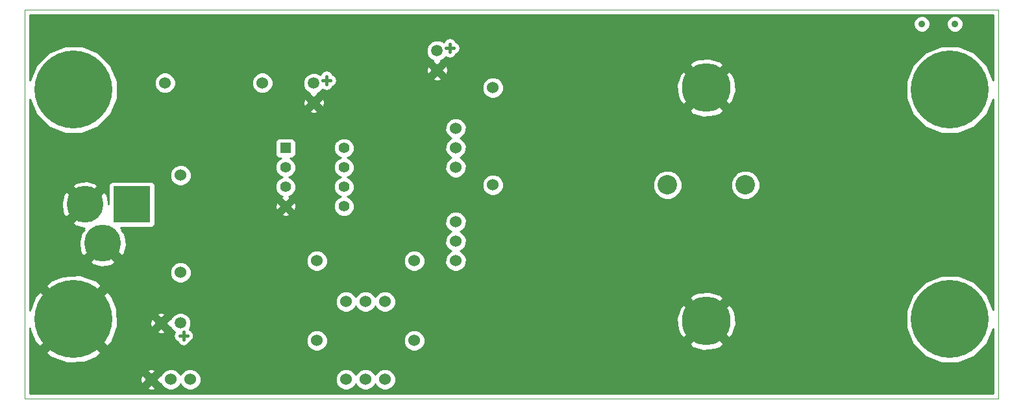
<source format=gtl>
G04 (created by PCBNEW (2013-07-07 BZR 4022)-stable) date 6/29/2014 7:17:19 PM*
%MOIN*%
G04 Gerber Fmt 3.4, Leading zero omitted, Abs format*
%FSLAX34Y34*%
G01*
G70*
G90*
G04 APERTURE LIST*
%ADD10C,0.001*%
%ADD11C,0.00393701*%
%ADD12C,0.015*%
%ADD13C,0.06*%
%ADD14C,0.0591*%
%ADD15C,0.25*%
%ADD16C,0.1*%
%ADD17C,0.189*%
%ADD18R,0.189X0.189*%
%ADD19R,0.055X0.055*%
%ADD20C,0.055*%
%ADD21C,0.4*%
%ADD22C,0.035*%
%ADD23C,0.01*%
G04 APERTURE END LIST*
G54D10*
G54D11*
X0Y0D02*
X0Y20000D01*
X50000Y0D02*
X0Y0D01*
X50000Y20000D02*
X50000Y0D01*
X0Y20000D02*
X50000Y20000D01*
G54D12*
X8150Y3050D02*
X8150Y3450D01*
X8350Y3250D02*
X7950Y3250D01*
X22024Y18052D02*
X21624Y18052D01*
X21824Y18252D02*
X21824Y17852D01*
X15690Y16380D02*
X15290Y16380D01*
X15490Y16580D02*
X15490Y16180D01*
G54D13*
X7500Y1000D03*
X6500Y1000D03*
X8500Y1000D03*
X17500Y1000D03*
X16500Y1000D03*
X18500Y1000D03*
X17500Y5000D03*
X18500Y5000D03*
X16500Y5000D03*
X22130Y12910D03*
X22130Y13910D03*
X22130Y11910D03*
X22130Y8100D03*
X22130Y9100D03*
X22130Y7100D03*
G54D14*
X7000Y3900D03*
X8000Y3900D03*
X21174Y16902D03*
X21174Y17902D03*
X14840Y15230D03*
X14840Y16230D03*
G54D15*
X35000Y16000D03*
X35000Y4000D03*
G54D16*
X37000Y11000D03*
X33000Y11000D03*
G54D13*
X7200Y16250D03*
X12200Y16250D03*
X15000Y7100D03*
X20000Y7100D03*
X8000Y6500D03*
X8000Y11500D03*
X15000Y3000D03*
X20000Y3000D03*
G54D17*
X3100Y10000D03*
G54D18*
X5500Y10000D03*
G54D17*
X4000Y8000D03*
G54D19*
X13390Y12900D03*
G54D20*
X13390Y11900D03*
X13390Y10900D03*
X13390Y9900D03*
X16390Y9900D03*
X16390Y10900D03*
X16390Y11900D03*
X16390Y12900D03*
G54D21*
X2500Y4100D03*
X2500Y15900D03*
X47500Y15900D03*
X47500Y4100D03*
G54D13*
X24036Y16000D03*
X24036Y11000D03*
G54D22*
X47762Y19282D03*
X46066Y19282D03*
G54D10*
G36*
X49730Y269D02*
X37750Y269D01*
X37750Y11148D01*
X37636Y11424D01*
X37425Y11635D01*
X37149Y11749D01*
X36851Y11750D01*
X36575Y11636D01*
X36521Y11581D01*
X36521Y15840D01*
X36466Y16434D01*
X36344Y16729D01*
X36168Y16886D01*
X35886Y16603D01*
X35886Y17168D01*
X35729Y17344D01*
X35159Y17521D01*
X34565Y17466D01*
X34270Y17344D01*
X34113Y17168D01*
X35000Y16282D01*
X35886Y17168D01*
X35886Y16603D01*
X35282Y16000D01*
X36168Y15113D01*
X36344Y15270D01*
X36521Y15840D01*
X36521Y11581D01*
X36364Y11425D01*
X36250Y11149D01*
X36249Y10851D01*
X36363Y10575D01*
X36574Y10364D01*
X36850Y10250D01*
X37148Y10249D01*
X37424Y10363D01*
X37635Y10574D01*
X37749Y10850D01*
X37750Y11148D01*
X37750Y269D01*
X36521Y269D01*
X36521Y3840D01*
X36466Y4434D01*
X36344Y4729D01*
X36168Y4886D01*
X35886Y4603D01*
X35886Y5168D01*
X35886Y14831D01*
X35000Y15717D01*
X34717Y15434D01*
X34717Y16000D01*
X33831Y16886D01*
X33655Y16729D01*
X33478Y16159D01*
X33533Y15565D01*
X33655Y15270D01*
X33831Y15113D01*
X34717Y16000D01*
X34717Y15434D01*
X34113Y14831D01*
X34270Y14655D01*
X34840Y14478D01*
X35434Y14533D01*
X35729Y14655D01*
X35886Y14831D01*
X35886Y5168D01*
X35729Y5344D01*
X35159Y5521D01*
X34565Y5466D01*
X34270Y5344D01*
X34113Y5168D01*
X35000Y4282D01*
X35886Y5168D01*
X35886Y4603D01*
X35282Y4000D01*
X36168Y3113D01*
X36344Y3270D01*
X36521Y3840D01*
X36521Y269D01*
X35886Y269D01*
X35886Y2831D01*
X35000Y3717D01*
X34717Y3434D01*
X34717Y4000D01*
X33831Y4886D01*
X33750Y4813D01*
X33750Y11148D01*
X33636Y11424D01*
X33425Y11635D01*
X33149Y11749D01*
X32851Y11750D01*
X32575Y11636D01*
X32364Y11425D01*
X32250Y11149D01*
X32249Y10851D01*
X32363Y10575D01*
X32574Y10364D01*
X32850Y10250D01*
X33148Y10249D01*
X33424Y10363D01*
X33635Y10574D01*
X33749Y10850D01*
X33750Y11148D01*
X33750Y4813D01*
X33655Y4729D01*
X33478Y4159D01*
X33533Y3565D01*
X33655Y3270D01*
X33831Y3113D01*
X34717Y4000D01*
X34717Y3434D01*
X34113Y2831D01*
X34270Y2655D01*
X34840Y2478D01*
X35434Y2533D01*
X35729Y2655D01*
X35886Y2831D01*
X35886Y269D01*
X24586Y269D01*
X24586Y11108D01*
X24586Y16108D01*
X24502Y16311D01*
X24347Y16465D01*
X24145Y16549D01*
X23927Y16550D01*
X23724Y16466D01*
X23570Y16311D01*
X23486Y16109D01*
X23485Y15891D01*
X23569Y15688D01*
X23724Y15534D01*
X23926Y15450D01*
X24144Y15449D01*
X24347Y15533D01*
X24501Y15688D01*
X24585Y15890D01*
X24586Y16108D01*
X24586Y11108D01*
X24502Y11311D01*
X24347Y11465D01*
X24145Y11549D01*
X23927Y11550D01*
X23724Y11466D01*
X23570Y11311D01*
X23486Y11109D01*
X23485Y10891D01*
X23569Y10688D01*
X23724Y10534D01*
X23926Y10450D01*
X24144Y10449D01*
X24347Y10533D01*
X24501Y10688D01*
X24585Y10890D01*
X24586Y11108D01*
X24586Y269D01*
X22680Y269D01*
X22680Y7208D01*
X22596Y7411D01*
X22441Y7565D01*
X22360Y7599D01*
X22441Y7633D01*
X22595Y7788D01*
X22679Y7990D01*
X22680Y8208D01*
X22596Y8411D01*
X22441Y8565D01*
X22360Y8599D01*
X22441Y8633D01*
X22595Y8788D01*
X22679Y8990D01*
X22680Y9208D01*
X22680Y12018D01*
X22596Y12221D01*
X22441Y12375D01*
X22360Y12409D01*
X22441Y12443D01*
X22595Y12598D01*
X22679Y12800D01*
X22680Y13018D01*
X22596Y13221D01*
X22441Y13375D01*
X22360Y13409D01*
X22441Y13443D01*
X22595Y13598D01*
X22679Y13800D01*
X22680Y14018D01*
X22596Y14221D01*
X22441Y14375D01*
X22349Y14414D01*
X22349Y18052D01*
X22324Y18176D01*
X22253Y18281D01*
X22148Y18352D01*
X22128Y18356D01*
X22124Y18376D01*
X22053Y18481D01*
X21948Y18552D01*
X21824Y18577D01*
X21699Y18552D01*
X21594Y18481D01*
X21523Y18376D01*
X21519Y18356D01*
X21499Y18352D01*
X21497Y18350D01*
X21483Y18364D01*
X21282Y18447D01*
X21065Y18447D01*
X20865Y18364D01*
X20711Y18211D01*
X20628Y18010D01*
X20628Y17793D01*
X20711Y17593D01*
X20864Y17439D01*
X20968Y17396D01*
X20945Y17339D01*
X21174Y17110D01*
X21402Y17339D01*
X21379Y17396D01*
X21482Y17439D01*
X21636Y17592D01*
X21636Y17593D01*
X21699Y17551D01*
X21824Y17527D01*
X21948Y17551D01*
X22053Y17622D01*
X22124Y17727D01*
X22128Y17747D01*
X22148Y17751D01*
X22253Y17822D01*
X22324Y17927D01*
X22349Y18052D01*
X22349Y14414D01*
X22239Y14459D01*
X22021Y14460D01*
X21818Y14376D01*
X21729Y14287D01*
X21729Y16920D01*
X21694Y17097D01*
X21611Y17130D01*
X21382Y16902D01*
X21611Y16673D01*
X21694Y16706D01*
X21729Y16920D01*
X21729Y14287D01*
X21664Y14221D01*
X21580Y14019D01*
X21579Y13801D01*
X21663Y13598D01*
X21818Y13444D01*
X21899Y13410D01*
X21818Y13376D01*
X21664Y13221D01*
X21580Y13019D01*
X21579Y12801D01*
X21663Y12598D01*
X21818Y12444D01*
X21899Y12410D01*
X21818Y12376D01*
X21664Y12221D01*
X21580Y12019D01*
X21579Y11801D01*
X21663Y11598D01*
X21818Y11444D01*
X22020Y11360D01*
X22238Y11359D01*
X22441Y11443D01*
X22595Y11598D01*
X22679Y11800D01*
X22680Y12018D01*
X22680Y9208D01*
X22596Y9411D01*
X22441Y9565D01*
X22239Y9649D01*
X22021Y9650D01*
X21818Y9566D01*
X21664Y9411D01*
X21580Y9209D01*
X21579Y8991D01*
X21663Y8788D01*
X21818Y8634D01*
X21899Y8600D01*
X21818Y8566D01*
X21664Y8411D01*
X21580Y8209D01*
X21579Y7991D01*
X21663Y7788D01*
X21818Y7634D01*
X21899Y7600D01*
X21818Y7566D01*
X21664Y7411D01*
X21580Y7209D01*
X21579Y6991D01*
X21663Y6788D01*
X21818Y6634D01*
X22020Y6550D01*
X22238Y6549D01*
X22441Y6633D01*
X22595Y6788D01*
X22679Y6990D01*
X22680Y7208D01*
X22680Y269D01*
X21402Y269D01*
X21402Y16464D01*
X21174Y16693D01*
X20965Y16484D01*
X20965Y16902D01*
X20736Y17130D01*
X20653Y17097D01*
X20618Y16883D01*
X20653Y16706D01*
X20736Y16673D01*
X20965Y16902D01*
X20965Y16484D01*
X20945Y16464D01*
X20978Y16381D01*
X21192Y16346D01*
X21369Y16381D01*
X21402Y16464D01*
X21402Y269D01*
X20550Y269D01*
X20550Y3108D01*
X20550Y7208D01*
X20466Y7411D01*
X20311Y7565D01*
X20109Y7649D01*
X19891Y7650D01*
X19688Y7566D01*
X19534Y7411D01*
X19450Y7209D01*
X19449Y6991D01*
X19533Y6788D01*
X19688Y6634D01*
X19890Y6550D01*
X20108Y6549D01*
X20311Y6633D01*
X20465Y6788D01*
X20549Y6990D01*
X20550Y7208D01*
X20550Y3108D01*
X20466Y3311D01*
X20311Y3465D01*
X20109Y3549D01*
X19891Y3550D01*
X19688Y3466D01*
X19534Y3311D01*
X19450Y3109D01*
X19449Y2891D01*
X19533Y2688D01*
X19688Y2534D01*
X19890Y2450D01*
X20108Y2449D01*
X20311Y2533D01*
X20465Y2688D01*
X20549Y2890D01*
X20550Y3108D01*
X20550Y269D01*
X19050Y269D01*
X19050Y1108D01*
X19050Y5108D01*
X18966Y5311D01*
X18811Y5465D01*
X18609Y5549D01*
X18391Y5550D01*
X18188Y5466D01*
X18034Y5311D01*
X18000Y5230D01*
X17966Y5311D01*
X17811Y5465D01*
X17609Y5549D01*
X17391Y5550D01*
X17188Y5466D01*
X17034Y5311D01*
X17000Y5230D01*
X16966Y5311D01*
X16915Y5362D01*
X16915Y10003D01*
X16835Y10197D01*
X16687Y10344D01*
X16554Y10400D01*
X16687Y10454D01*
X16834Y10602D01*
X16914Y10795D01*
X16915Y11003D01*
X16835Y11197D01*
X16687Y11344D01*
X16554Y11400D01*
X16687Y11454D01*
X16834Y11602D01*
X16914Y11795D01*
X16915Y12003D01*
X16835Y12197D01*
X16687Y12344D01*
X16554Y12400D01*
X16687Y12454D01*
X16834Y12602D01*
X16914Y12795D01*
X16915Y13003D01*
X16835Y13197D01*
X16687Y13344D01*
X16494Y13424D01*
X16286Y13425D01*
X16093Y13345D01*
X16015Y13267D01*
X16015Y16380D01*
X15990Y16504D01*
X15919Y16609D01*
X15814Y16680D01*
X15794Y16684D01*
X15790Y16704D01*
X15719Y16809D01*
X15614Y16880D01*
X15490Y16905D01*
X15365Y16880D01*
X15260Y16809D01*
X15189Y16704D01*
X15185Y16684D01*
X15165Y16680D01*
X15163Y16678D01*
X15149Y16692D01*
X14948Y16775D01*
X14731Y16775D01*
X14531Y16692D01*
X14377Y16539D01*
X14294Y16338D01*
X14294Y16121D01*
X14377Y15921D01*
X14530Y15767D01*
X14634Y15724D01*
X14611Y15667D01*
X14840Y15438D01*
X15068Y15667D01*
X15045Y15724D01*
X15148Y15767D01*
X15302Y15920D01*
X15302Y15921D01*
X15365Y15879D01*
X15490Y15855D01*
X15614Y15879D01*
X15719Y15950D01*
X15790Y16055D01*
X15794Y16075D01*
X15814Y16079D01*
X15919Y16150D01*
X15990Y16255D01*
X16015Y16380D01*
X16015Y13267D01*
X15945Y13197D01*
X15865Y13004D01*
X15864Y12796D01*
X15944Y12603D01*
X16092Y12455D01*
X16225Y12399D01*
X16093Y12345D01*
X15945Y12197D01*
X15865Y12004D01*
X15864Y11796D01*
X15944Y11603D01*
X16092Y11455D01*
X16225Y11399D01*
X16093Y11345D01*
X15945Y11197D01*
X15865Y11004D01*
X15864Y10796D01*
X15944Y10603D01*
X16092Y10455D01*
X16225Y10399D01*
X16093Y10345D01*
X15945Y10197D01*
X15865Y10004D01*
X15864Y9796D01*
X15944Y9603D01*
X16092Y9455D01*
X16285Y9375D01*
X16493Y9374D01*
X16687Y9454D01*
X16834Y9602D01*
X16914Y9795D01*
X16915Y10003D01*
X16915Y5362D01*
X16811Y5465D01*
X16609Y5549D01*
X16391Y5550D01*
X16188Y5466D01*
X16034Y5311D01*
X15950Y5109D01*
X15949Y4891D01*
X16033Y4688D01*
X16188Y4534D01*
X16390Y4450D01*
X16608Y4449D01*
X16811Y4533D01*
X16965Y4688D01*
X16999Y4769D01*
X17033Y4688D01*
X17188Y4534D01*
X17390Y4450D01*
X17608Y4449D01*
X17811Y4533D01*
X17965Y4688D01*
X17999Y4769D01*
X18033Y4688D01*
X18188Y4534D01*
X18390Y4450D01*
X18608Y4449D01*
X18811Y4533D01*
X18965Y4688D01*
X19049Y4890D01*
X19050Y5108D01*
X19050Y1108D01*
X18966Y1311D01*
X18811Y1465D01*
X18609Y1549D01*
X18391Y1550D01*
X18188Y1466D01*
X18034Y1311D01*
X18000Y1230D01*
X17966Y1311D01*
X17811Y1465D01*
X17609Y1549D01*
X17391Y1550D01*
X17188Y1466D01*
X17034Y1311D01*
X17000Y1230D01*
X16966Y1311D01*
X16811Y1465D01*
X16609Y1549D01*
X16391Y1550D01*
X16188Y1466D01*
X16034Y1311D01*
X15950Y1109D01*
X15949Y891D01*
X16033Y688D01*
X16188Y534D01*
X16390Y450D01*
X16608Y449D01*
X16811Y533D01*
X16965Y688D01*
X16999Y769D01*
X17033Y688D01*
X17188Y534D01*
X17390Y450D01*
X17608Y449D01*
X17811Y533D01*
X17965Y688D01*
X17999Y769D01*
X18033Y688D01*
X18188Y534D01*
X18390Y450D01*
X18608Y449D01*
X18811Y533D01*
X18965Y688D01*
X19049Y890D01*
X19050Y1108D01*
X19050Y269D01*
X15550Y269D01*
X15550Y3108D01*
X15550Y7208D01*
X15466Y7411D01*
X15395Y7481D01*
X15395Y15248D01*
X15360Y15425D01*
X15277Y15458D01*
X15048Y15230D01*
X15277Y15001D01*
X15360Y15034D01*
X15395Y15248D01*
X15395Y7481D01*
X15311Y7565D01*
X15109Y7649D01*
X15068Y7649D01*
X15068Y14792D01*
X14840Y15021D01*
X14631Y14812D01*
X14631Y15230D01*
X14402Y15458D01*
X14319Y15425D01*
X14284Y15211D01*
X14319Y15034D01*
X14402Y15001D01*
X14631Y15230D01*
X14631Y14812D01*
X14611Y14792D01*
X14644Y14709D01*
X14858Y14674D01*
X15035Y14709D01*
X15068Y14792D01*
X15068Y7649D01*
X14891Y7650D01*
X14688Y7566D01*
X14534Y7411D01*
X14450Y7209D01*
X14449Y6991D01*
X14533Y6788D01*
X14688Y6634D01*
X14890Y6550D01*
X15108Y6549D01*
X15311Y6633D01*
X15465Y6788D01*
X15549Y6990D01*
X15550Y7208D01*
X15550Y3108D01*
X15466Y3311D01*
X15311Y3465D01*
X15109Y3549D01*
X14891Y3550D01*
X14688Y3466D01*
X14534Y3311D01*
X14450Y3109D01*
X14449Y2891D01*
X14533Y2688D01*
X14688Y2534D01*
X14890Y2450D01*
X15108Y2449D01*
X15311Y2533D01*
X15465Y2688D01*
X15549Y2890D01*
X15550Y3108D01*
X15550Y269D01*
X13925Y269D01*
X13925Y9912D01*
X13915Y9963D01*
X13915Y11003D01*
X13835Y11197D01*
X13687Y11344D01*
X13554Y11400D01*
X13687Y11454D01*
X13834Y11602D01*
X13914Y11795D01*
X13915Y12003D01*
X13835Y12197D01*
X13687Y12344D01*
X13615Y12374D01*
X13714Y12374D01*
X13806Y12412D01*
X13876Y12483D01*
X13914Y12575D01*
X13915Y12674D01*
X13915Y13224D01*
X13877Y13316D01*
X13806Y13386D01*
X13714Y13424D01*
X13615Y13425D01*
X13065Y13425D01*
X12973Y13387D01*
X12903Y13316D01*
X12865Y13224D01*
X12864Y13125D01*
X12864Y12575D01*
X12902Y12483D01*
X12973Y12413D01*
X13065Y12375D01*
X13164Y12374D01*
X13164Y12374D01*
X13093Y12345D01*
X12945Y12197D01*
X12865Y12004D01*
X12864Y11796D01*
X12944Y11603D01*
X13092Y11455D01*
X13225Y11399D01*
X13093Y11345D01*
X12945Y11197D01*
X12865Y11004D01*
X12864Y10796D01*
X12944Y10603D01*
X13092Y10455D01*
X13217Y10403D01*
X13197Y10399D01*
X13167Y10317D01*
X13390Y10094D01*
X13612Y10317D01*
X13582Y10399D01*
X13561Y10402D01*
X13687Y10454D01*
X13834Y10602D01*
X13914Y10795D01*
X13915Y11003D01*
X13915Y9963D01*
X13889Y10092D01*
X13807Y10122D01*
X13584Y9900D01*
X13807Y9677D01*
X13889Y9707D01*
X13925Y9912D01*
X13925Y269D01*
X13612Y269D01*
X13612Y9482D01*
X13390Y9705D01*
X13195Y9511D01*
X13195Y9900D01*
X12972Y10122D01*
X12890Y10092D01*
X12854Y9887D01*
X12890Y9707D01*
X12972Y9677D01*
X13195Y9900D01*
X13195Y9511D01*
X13167Y9482D01*
X13197Y9400D01*
X13402Y9364D01*
X13582Y9400D01*
X13612Y9482D01*
X13612Y269D01*
X12750Y269D01*
X12750Y16358D01*
X12666Y16561D01*
X12511Y16715D01*
X12309Y16799D01*
X12091Y16800D01*
X11888Y16716D01*
X11734Y16561D01*
X11650Y16359D01*
X11649Y16141D01*
X11733Y15938D01*
X11888Y15784D01*
X12090Y15700D01*
X12308Y15699D01*
X12511Y15783D01*
X12665Y15938D01*
X12749Y16140D01*
X12750Y16358D01*
X12750Y269D01*
X9050Y269D01*
X9050Y1108D01*
X8966Y1311D01*
X8811Y1465D01*
X8675Y1522D01*
X8675Y3250D01*
X8650Y3374D01*
X8579Y3479D01*
X8550Y3499D01*
X8550Y6608D01*
X8550Y11608D01*
X8466Y11811D01*
X8311Y11965D01*
X8109Y12049D01*
X7891Y12050D01*
X7750Y11991D01*
X7750Y16358D01*
X7666Y16561D01*
X7511Y16715D01*
X7309Y16799D01*
X7091Y16800D01*
X6888Y16716D01*
X6734Y16561D01*
X6650Y16359D01*
X6649Y16141D01*
X6733Y15938D01*
X6888Y15784D01*
X7090Y15700D01*
X7308Y15699D01*
X7511Y15783D01*
X7665Y15938D01*
X7749Y16140D01*
X7750Y16358D01*
X7750Y11991D01*
X7688Y11966D01*
X7534Y11811D01*
X7450Y11609D01*
X7449Y11391D01*
X7533Y11188D01*
X7688Y11034D01*
X7890Y10950D01*
X8108Y10949D01*
X8311Y11033D01*
X8465Y11188D01*
X8549Y11390D01*
X8550Y11608D01*
X8550Y6608D01*
X8466Y6811D01*
X8311Y6965D01*
X8109Y7049D01*
X7891Y7050D01*
X7688Y6966D01*
X7534Y6811D01*
X7450Y6609D01*
X7449Y6391D01*
X7533Y6188D01*
X7688Y6034D01*
X7890Y5950D01*
X8108Y5949D01*
X8311Y6033D01*
X8465Y6188D01*
X8549Y6390D01*
X8550Y6608D01*
X8550Y3499D01*
X8474Y3550D01*
X8454Y3554D01*
X8450Y3574D01*
X8448Y3576D01*
X8462Y3590D01*
X8545Y3791D01*
X8545Y4008D01*
X8462Y4208D01*
X8309Y4362D01*
X8108Y4445D01*
X7891Y4445D01*
X7691Y4362D01*
X7537Y4209D01*
X7494Y4105D01*
X7437Y4128D01*
X7228Y3919D01*
X7228Y4337D01*
X7195Y4420D01*
X6981Y4455D01*
X6804Y4420D01*
X6771Y4337D01*
X7000Y4108D01*
X7228Y4337D01*
X7228Y3919D01*
X7208Y3900D01*
X7437Y3671D01*
X7494Y3694D01*
X7537Y3591D01*
X7690Y3437D01*
X7691Y3437D01*
X7649Y3374D01*
X7625Y3250D01*
X7649Y3125D01*
X7720Y3020D01*
X7825Y2949D01*
X7845Y2945D01*
X7849Y2925D01*
X7920Y2820D01*
X8025Y2749D01*
X8150Y2725D01*
X8274Y2749D01*
X8379Y2820D01*
X8450Y2925D01*
X8454Y2945D01*
X8474Y2949D01*
X8579Y3020D01*
X8650Y3125D01*
X8675Y3250D01*
X8675Y1522D01*
X8609Y1549D01*
X8391Y1550D01*
X8188Y1466D01*
X8034Y1311D01*
X8000Y1230D01*
X7966Y1311D01*
X7811Y1465D01*
X7609Y1549D01*
X7391Y1550D01*
X7228Y1482D01*
X7228Y3462D01*
X7000Y3691D01*
X6791Y3482D01*
X6791Y3900D01*
X6695Y3996D01*
X6695Y9104D01*
X6695Y10994D01*
X6657Y11086D01*
X6586Y11156D01*
X6494Y11194D01*
X6395Y11195D01*
X4505Y11195D01*
X4413Y11157D01*
X4343Y11086D01*
X4305Y10994D01*
X4304Y10895D01*
X4304Y9996D01*
X4255Y10385D01*
X4189Y10544D01*
X4046Y10663D01*
X3763Y10380D01*
X3763Y10946D01*
X3644Y11089D01*
X3186Y11215D01*
X2714Y11155D01*
X2555Y11089D01*
X2436Y10946D01*
X3100Y10282D01*
X3763Y10946D01*
X3763Y10380D01*
X3382Y10000D01*
X3388Y9994D01*
X3105Y9711D01*
X3100Y9717D01*
X2817Y9434D01*
X2817Y10000D01*
X2153Y10663D01*
X2010Y10544D01*
X1884Y10086D01*
X1944Y9614D01*
X2010Y9455D01*
X2153Y9336D01*
X2817Y10000D01*
X2817Y9434D01*
X2436Y9053D01*
X2555Y8910D01*
X3013Y8784D01*
X3070Y8791D01*
X2997Y8719D01*
X3053Y8663D01*
X2910Y8544D01*
X2784Y8086D01*
X2844Y7614D01*
X2910Y7455D01*
X3053Y7336D01*
X3717Y8000D01*
X3711Y8005D01*
X3994Y8288D01*
X4000Y8282D01*
X4005Y8288D01*
X4288Y8005D01*
X4282Y8000D01*
X4946Y7336D01*
X5089Y7455D01*
X5215Y7913D01*
X5155Y8385D01*
X5089Y8544D01*
X4946Y8663D01*
X5002Y8719D01*
X4916Y8804D01*
X6494Y8804D01*
X6586Y8842D01*
X6656Y8913D01*
X6694Y9005D01*
X6695Y9104D01*
X6695Y3996D01*
X6562Y4128D01*
X6479Y4095D01*
X6444Y3881D01*
X6479Y3704D01*
X6562Y3671D01*
X6791Y3900D01*
X6791Y3482D01*
X6771Y3462D01*
X6804Y3379D01*
X7018Y3344D01*
X7195Y3379D01*
X7228Y3462D01*
X7228Y1482D01*
X7188Y1466D01*
X7034Y1311D01*
X6991Y1209D01*
X6942Y1229D01*
X6729Y1017D01*
X6729Y1442D01*
X6696Y1525D01*
X6480Y1560D01*
X6303Y1525D01*
X6270Y1442D01*
X6500Y1212D01*
X6729Y1442D01*
X6729Y1017D01*
X6712Y1000D01*
X6942Y770D01*
X6991Y790D01*
X7033Y688D01*
X7188Y534D01*
X7390Y450D01*
X7608Y449D01*
X7811Y533D01*
X7965Y688D01*
X7999Y769D01*
X8033Y688D01*
X8188Y534D01*
X8390Y450D01*
X8608Y449D01*
X8811Y533D01*
X8965Y688D01*
X9049Y890D01*
X9050Y1108D01*
X9050Y269D01*
X6729Y269D01*
X6729Y557D01*
X6500Y787D01*
X6287Y575D01*
X6287Y1000D01*
X6057Y1229D01*
X5974Y1196D01*
X5939Y980D01*
X5974Y803D01*
X6057Y770D01*
X6287Y1000D01*
X6287Y575D01*
X6270Y557D01*
X6303Y474D01*
X6519Y439D01*
X6696Y474D01*
X6729Y557D01*
X6729Y269D01*
X5215Y269D01*
X4768Y269D01*
X4768Y3760D01*
X4725Y4655D01*
X4663Y4805D01*
X4663Y7053D01*
X4000Y7717D01*
X3717Y7434D01*
X3336Y7053D01*
X3455Y6910D01*
X3913Y6784D01*
X4385Y6844D01*
X4544Y6910D01*
X4663Y7053D01*
X4663Y4805D01*
X4466Y5281D01*
X4213Y5530D01*
X3930Y5247D01*
X3930Y5813D01*
X3681Y6066D01*
X2839Y6368D01*
X1944Y6325D01*
X1318Y6066D01*
X1069Y5813D01*
X2500Y4382D01*
X3930Y5813D01*
X3930Y5247D01*
X2782Y4100D01*
X4213Y2669D01*
X4466Y2918D01*
X4768Y3760D01*
X4768Y269D01*
X3930Y269D01*
X3930Y2386D01*
X2500Y3817D01*
X1069Y2386D01*
X1318Y2133D01*
X2160Y1831D01*
X3055Y1874D01*
X3681Y2133D01*
X3930Y2386D01*
X3930Y269D01*
X269Y269D01*
X269Y3636D01*
X274Y3544D01*
X533Y2918D01*
X786Y2669D01*
X2217Y4100D01*
X786Y5530D01*
X533Y5281D01*
X269Y4546D01*
X269Y15405D01*
X591Y14627D01*
X1223Y13993D01*
X2050Y13650D01*
X2945Y13649D01*
X3772Y13991D01*
X4406Y14623D01*
X4749Y15450D01*
X4750Y16345D01*
X4408Y17172D01*
X3776Y17806D01*
X2949Y18149D01*
X2054Y18150D01*
X1227Y17808D01*
X593Y17176D01*
X269Y16395D01*
X269Y19730D01*
X49730Y19730D01*
X49730Y16394D01*
X49408Y17172D01*
X48776Y17806D01*
X48187Y18050D01*
X48187Y19366D01*
X48122Y19522D01*
X48003Y19642D01*
X47846Y19706D01*
X47677Y19707D01*
X47521Y19642D01*
X47401Y19523D01*
X47337Y19366D01*
X47336Y19197D01*
X47401Y19041D01*
X47520Y18921D01*
X47677Y18857D01*
X47846Y18856D01*
X48002Y18921D01*
X48122Y19040D01*
X48186Y19197D01*
X48187Y19366D01*
X48187Y18050D01*
X47949Y18149D01*
X47054Y18150D01*
X46491Y17917D01*
X46491Y19366D01*
X46426Y19522D01*
X46307Y19642D01*
X46150Y19706D01*
X45981Y19707D01*
X45825Y19642D01*
X45705Y19523D01*
X45641Y19366D01*
X45640Y19197D01*
X45705Y19041D01*
X45824Y18921D01*
X45981Y18857D01*
X46150Y18856D01*
X46306Y18921D01*
X46426Y19040D01*
X46490Y19197D01*
X46491Y19366D01*
X46491Y17917D01*
X46227Y17808D01*
X45593Y17176D01*
X45250Y16349D01*
X45249Y15454D01*
X45591Y14627D01*
X46223Y13993D01*
X47050Y13650D01*
X47945Y13649D01*
X48772Y13991D01*
X49406Y14623D01*
X49730Y15404D01*
X49730Y4594D01*
X49408Y5372D01*
X48776Y6006D01*
X47949Y6349D01*
X47054Y6350D01*
X46227Y6008D01*
X45593Y5376D01*
X45250Y4549D01*
X45249Y3654D01*
X45591Y2827D01*
X46223Y2193D01*
X47050Y1850D01*
X47945Y1849D01*
X48772Y2191D01*
X49406Y2823D01*
X49730Y3604D01*
X49730Y269D01*
X49730Y269D01*
G37*
G54D23*
X49730Y269D02*
X37750Y269D01*
X37750Y11148D01*
X37636Y11424D01*
X37425Y11635D01*
X37149Y11749D01*
X36851Y11750D01*
X36575Y11636D01*
X36521Y11581D01*
X36521Y15840D01*
X36466Y16434D01*
X36344Y16729D01*
X36168Y16886D01*
X35886Y16603D01*
X35886Y17168D01*
X35729Y17344D01*
X35159Y17521D01*
X34565Y17466D01*
X34270Y17344D01*
X34113Y17168D01*
X35000Y16282D01*
X35886Y17168D01*
X35886Y16603D01*
X35282Y16000D01*
X36168Y15113D01*
X36344Y15270D01*
X36521Y15840D01*
X36521Y11581D01*
X36364Y11425D01*
X36250Y11149D01*
X36249Y10851D01*
X36363Y10575D01*
X36574Y10364D01*
X36850Y10250D01*
X37148Y10249D01*
X37424Y10363D01*
X37635Y10574D01*
X37749Y10850D01*
X37750Y11148D01*
X37750Y269D01*
X36521Y269D01*
X36521Y3840D01*
X36466Y4434D01*
X36344Y4729D01*
X36168Y4886D01*
X35886Y4603D01*
X35886Y5168D01*
X35886Y14831D01*
X35000Y15717D01*
X34717Y15434D01*
X34717Y16000D01*
X33831Y16886D01*
X33655Y16729D01*
X33478Y16159D01*
X33533Y15565D01*
X33655Y15270D01*
X33831Y15113D01*
X34717Y16000D01*
X34717Y15434D01*
X34113Y14831D01*
X34270Y14655D01*
X34840Y14478D01*
X35434Y14533D01*
X35729Y14655D01*
X35886Y14831D01*
X35886Y5168D01*
X35729Y5344D01*
X35159Y5521D01*
X34565Y5466D01*
X34270Y5344D01*
X34113Y5168D01*
X35000Y4282D01*
X35886Y5168D01*
X35886Y4603D01*
X35282Y4000D01*
X36168Y3113D01*
X36344Y3270D01*
X36521Y3840D01*
X36521Y269D01*
X35886Y269D01*
X35886Y2831D01*
X35000Y3717D01*
X34717Y3434D01*
X34717Y4000D01*
X33831Y4886D01*
X33750Y4813D01*
X33750Y11148D01*
X33636Y11424D01*
X33425Y11635D01*
X33149Y11749D01*
X32851Y11750D01*
X32575Y11636D01*
X32364Y11425D01*
X32250Y11149D01*
X32249Y10851D01*
X32363Y10575D01*
X32574Y10364D01*
X32850Y10250D01*
X33148Y10249D01*
X33424Y10363D01*
X33635Y10574D01*
X33749Y10850D01*
X33750Y11148D01*
X33750Y4813D01*
X33655Y4729D01*
X33478Y4159D01*
X33533Y3565D01*
X33655Y3270D01*
X33831Y3113D01*
X34717Y4000D01*
X34717Y3434D01*
X34113Y2831D01*
X34270Y2655D01*
X34840Y2478D01*
X35434Y2533D01*
X35729Y2655D01*
X35886Y2831D01*
X35886Y269D01*
X24586Y269D01*
X24586Y11108D01*
X24586Y16108D01*
X24502Y16311D01*
X24347Y16465D01*
X24145Y16549D01*
X23927Y16550D01*
X23724Y16466D01*
X23570Y16311D01*
X23486Y16109D01*
X23485Y15891D01*
X23569Y15688D01*
X23724Y15534D01*
X23926Y15450D01*
X24144Y15449D01*
X24347Y15533D01*
X24501Y15688D01*
X24585Y15890D01*
X24586Y16108D01*
X24586Y11108D01*
X24502Y11311D01*
X24347Y11465D01*
X24145Y11549D01*
X23927Y11550D01*
X23724Y11466D01*
X23570Y11311D01*
X23486Y11109D01*
X23485Y10891D01*
X23569Y10688D01*
X23724Y10534D01*
X23926Y10450D01*
X24144Y10449D01*
X24347Y10533D01*
X24501Y10688D01*
X24585Y10890D01*
X24586Y11108D01*
X24586Y269D01*
X22680Y269D01*
X22680Y7208D01*
X22596Y7411D01*
X22441Y7565D01*
X22360Y7599D01*
X22441Y7633D01*
X22595Y7788D01*
X22679Y7990D01*
X22680Y8208D01*
X22596Y8411D01*
X22441Y8565D01*
X22360Y8599D01*
X22441Y8633D01*
X22595Y8788D01*
X22679Y8990D01*
X22680Y9208D01*
X22680Y12018D01*
X22596Y12221D01*
X22441Y12375D01*
X22360Y12409D01*
X22441Y12443D01*
X22595Y12598D01*
X22679Y12800D01*
X22680Y13018D01*
X22596Y13221D01*
X22441Y13375D01*
X22360Y13409D01*
X22441Y13443D01*
X22595Y13598D01*
X22679Y13800D01*
X22680Y14018D01*
X22596Y14221D01*
X22441Y14375D01*
X22349Y14414D01*
X22349Y18052D01*
X22324Y18176D01*
X22253Y18281D01*
X22148Y18352D01*
X22128Y18356D01*
X22124Y18376D01*
X22053Y18481D01*
X21948Y18552D01*
X21824Y18577D01*
X21699Y18552D01*
X21594Y18481D01*
X21523Y18376D01*
X21519Y18356D01*
X21499Y18352D01*
X21497Y18350D01*
X21483Y18364D01*
X21282Y18447D01*
X21065Y18447D01*
X20865Y18364D01*
X20711Y18211D01*
X20628Y18010D01*
X20628Y17793D01*
X20711Y17593D01*
X20864Y17439D01*
X20968Y17396D01*
X20945Y17339D01*
X21174Y17110D01*
X21402Y17339D01*
X21379Y17396D01*
X21482Y17439D01*
X21636Y17592D01*
X21636Y17593D01*
X21699Y17551D01*
X21824Y17527D01*
X21948Y17551D01*
X22053Y17622D01*
X22124Y17727D01*
X22128Y17747D01*
X22148Y17751D01*
X22253Y17822D01*
X22324Y17927D01*
X22349Y18052D01*
X22349Y14414D01*
X22239Y14459D01*
X22021Y14460D01*
X21818Y14376D01*
X21729Y14287D01*
X21729Y16920D01*
X21694Y17097D01*
X21611Y17130D01*
X21382Y16902D01*
X21611Y16673D01*
X21694Y16706D01*
X21729Y16920D01*
X21729Y14287D01*
X21664Y14221D01*
X21580Y14019D01*
X21579Y13801D01*
X21663Y13598D01*
X21818Y13444D01*
X21899Y13410D01*
X21818Y13376D01*
X21664Y13221D01*
X21580Y13019D01*
X21579Y12801D01*
X21663Y12598D01*
X21818Y12444D01*
X21899Y12410D01*
X21818Y12376D01*
X21664Y12221D01*
X21580Y12019D01*
X21579Y11801D01*
X21663Y11598D01*
X21818Y11444D01*
X22020Y11360D01*
X22238Y11359D01*
X22441Y11443D01*
X22595Y11598D01*
X22679Y11800D01*
X22680Y12018D01*
X22680Y9208D01*
X22596Y9411D01*
X22441Y9565D01*
X22239Y9649D01*
X22021Y9650D01*
X21818Y9566D01*
X21664Y9411D01*
X21580Y9209D01*
X21579Y8991D01*
X21663Y8788D01*
X21818Y8634D01*
X21899Y8600D01*
X21818Y8566D01*
X21664Y8411D01*
X21580Y8209D01*
X21579Y7991D01*
X21663Y7788D01*
X21818Y7634D01*
X21899Y7600D01*
X21818Y7566D01*
X21664Y7411D01*
X21580Y7209D01*
X21579Y6991D01*
X21663Y6788D01*
X21818Y6634D01*
X22020Y6550D01*
X22238Y6549D01*
X22441Y6633D01*
X22595Y6788D01*
X22679Y6990D01*
X22680Y7208D01*
X22680Y269D01*
X21402Y269D01*
X21402Y16464D01*
X21174Y16693D01*
X20965Y16484D01*
X20965Y16902D01*
X20736Y17130D01*
X20653Y17097D01*
X20618Y16883D01*
X20653Y16706D01*
X20736Y16673D01*
X20965Y16902D01*
X20965Y16484D01*
X20945Y16464D01*
X20978Y16381D01*
X21192Y16346D01*
X21369Y16381D01*
X21402Y16464D01*
X21402Y269D01*
X20550Y269D01*
X20550Y3108D01*
X20550Y7208D01*
X20466Y7411D01*
X20311Y7565D01*
X20109Y7649D01*
X19891Y7650D01*
X19688Y7566D01*
X19534Y7411D01*
X19450Y7209D01*
X19449Y6991D01*
X19533Y6788D01*
X19688Y6634D01*
X19890Y6550D01*
X20108Y6549D01*
X20311Y6633D01*
X20465Y6788D01*
X20549Y6990D01*
X20550Y7208D01*
X20550Y3108D01*
X20466Y3311D01*
X20311Y3465D01*
X20109Y3549D01*
X19891Y3550D01*
X19688Y3466D01*
X19534Y3311D01*
X19450Y3109D01*
X19449Y2891D01*
X19533Y2688D01*
X19688Y2534D01*
X19890Y2450D01*
X20108Y2449D01*
X20311Y2533D01*
X20465Y2688D01*
X20549Y2890D01*
X20550Y3108D01*
X20550Y269D01*
X19050Y269D01*
X19050Y1108D01*
X19050Y5108D01*
X18966Y5311D01*
X18811Y5465D01*
X18609Y5549D01*
X18391Y5550D01*
X18188Y5466D01*
X18034Y5311D01*
X18000Y5230D01*
X17966Y5311D01*
X17811Y5465D01*
X17609Y5549D01*
X17391Y5550D01*
X17188Y5466D01*
X17034Y5311D01*
X17000Y5230D01*
X16966Y5311D01*
X16915Y5362D01*
X16915Y10003D01*
X16835Y10197D01*
X16687Y10344D01*
X16554Y10400D01*
X16687Y10454D01*
X16834Y10602D01*
X16914Y10795D01*
X16915Y11003D01*
X16835Y11197D01*
X16687Y11344D01*
X16554Y11400D01*
X16687Y11454D01*
X16834Y11602D01*
X16914Y11795D01*
X16915Y12003D01*
X16835Y12197D01*
X16687Y12344D01*
X16554Y12400D01*
X16687Y12454D01*
X16834Y12602D01*
X16914Y12795D01*
X16915Y13003D01*
X16835Y13197D01*
X16687Y13344D01*
X16494Y13424D01*
X16286Y13425D01*
X16093Y13345D01*
X16015Y13267D01*
X16015Y16380D01*
X15990Y16504D01*
X15919Y16609D01*
X15814Y16680D01*
X15794Y16684D01*
X15790Y16704D01*
X15719Y16809D01*
X15614Y16880D01*
X15490Y16905D01*
X15365Y16880D01*
X15260Y16809D01*
X15189Y16704D01*
X15185Y16684D01*
X15165Y16680D01*
X15163Y16678D01*
X15149Y16692D01*
X14948Y16775D01*
X14731Y16775D01*
X14531Y16692D01*
X14377Y16539D01*
X14294Y16338D01*
X14294Y16121D01*
X14377Y15921D01*
X14530Y15767D01*
X14634Y15724D01*
X14611Y15667D01*
X14840Y15438D01*
X15068Y15667D01*
X15045Y15724D01*
X15148Y15767D01*
X15302Y15920D01*
X15302Y15921D01*
X15365Y15879D01*
X15490Y15855D01*
X15614Y15879D01*
X15719Y15950D01*
X15790Y16055D01*
X15794Y16075D01*
X15814Y16079D01*
X15919Y16150D01*
X15990Y16255D01*
X16015Y16380D01*
X16015Y13267D01*
X15945Y13197D01*
X15865Y13004D01*
X15864Y12796D01*
X15944Y12603D01*
X16092Y12455D01*
X16225Y12399D01*
X16093Y12345D01*
X15945Y12197D01*
X15865Y12004D01*
X15864Y11796D01*
X15944Y11603D01*
X16092Y11455D01*
X16225Y11399D01*
X16093Y11345D01*
X15945Y11197D01*
X15865Y11004D01*
X15864Y10796D01*
X15944Y10603D01*
X16092Y10455D01*
X16225Y10399D01*
X16093Y10345D01*
X15945Y10197D01*
X15865Y10004D01*
X15864Y9796D01*
X15944Y9603D01*
X16092Y9455D01*
X16285Y9375D01*
X16493Y9374D01*
X16687Y9454D01*
X16834Y9602D01*
X16914Y9795D01*
X16915Y10003D01*
X16915Y5362D01*
X16811Y5465D01*
X16609Y5549D01*
X16391Y5550D01*
X16188Y5466D01*
X16034Y5311D01*
X15950Y5109D01*
X15949Y4891D01*
X16033Y4688D01*
X16188Y4534D01*
X16390Y4450D01*
X16608Y4449D01*
X16811Y4533D01*
X16965Y4688D01*
X16999Y4769D01*
X17033Y4688D01*
X17188Y4534D01*
X17390Y4450D01*
X17608Y4449D01*
X17811Y4533D01*
X17965Y4688D01*
X17999Y4769D01*
X18033Y4688D01*
X18188Y4534D01*
X18390Y4450D01*
X18608Y4449D01*
X18811Y4533D01*
X18965Y4688D01*
X19049Y4890D01*
X19050Y5108D01*
X19050Y1108D01*
X18966Y1311D01*
X18811Y1465D01*
X18609Y1549D01*
X18391Y1550D01*
X18188Y1466D01*
X18034Y1311D01*
X18000Y1230D01*
X17966Y1311D01*
X17811Y1465D01*
X17609Y1549D01*
X17391Y1550D01*
X17188Y1466D01*
X17034Y1311D01*
X17000Y1230D01*
X16966Y1311D01*
X16811Y1465D01*
X16609Y1549D01*
X16391Y1550D01*
X16188Y1466D01*
X16034Y1311D01*
X15950Y1109D01*
X15949Y891D01*
X16033Y688D01*
X16188Y534D01*
X16390Y450D01*
X16608Y449D01*
X16811Y533D01*
X16965Y688D01*
X16999Y769D01*
X17033Y688D01*
X17188Y534D01*
X17390Y450D01*
X17608Y449D01*
X17811Y533D01*
X17965Y688D01*
X17999Y769D01*
X18033Y688D01*
X18188Y534D01*
X18390Y450D01*
X18608Y449D01*
X18811Y533D01*
X18965Y688D01*
X19049Y890D01*
X19050Y1108D01*
X19050Y269D01*
X15550Y269D01*
X15550Y3108D01*
X15550Y7208D01*
X15466Y7411D01*
X15395Y7481D01*
X15395Y15248D01*
X15360Y15425D01*
X15277Y15458D01*
X15048Y15230D01*
X15277Y15001D01*
X15360Y15034D01*
X15395Y15248D01*
X15395Y7481D01*
X15311Y7565D01*
X15109Y7649D01*
X15068Y7649D01*
X15068Y14792D01*
X14840Y15021D01*
X14631Y14812D01*
X14631Y15230D01*
X14402Y15458D01*
X14319Y15425D01*
X14284Y15211D01*
X14319Y15034D01*
X14402Y15001D01*
X14631Y15230D01*
X14631Y14812D01*
X14611Y14792D01*
X14644Y14709D01*
X14858Y14674D01*
X15035Y14709D01*
X15068Y14792D01*
X15068Y7649D01*
X14891Y7650D01*
X14688Y7566D01*
X14534Y7411D01*
X14450Y7209D01*
X14449Y6991D01*
X14533Y6788D01*
X14688Y6634D01*
X14890Y6550D01*
X15108Y6549D01*
X15311Y6633D01*
X15465Y6788D01*
X15549Y6990D01*
X15550Y7208D01*
X15550Y3108D01*
X15466Y3311D01*
X15311Y3465D01*
X15109Y3549D01*
X14891Y3550D01*
X14688Y3466D01*
X14534Y3311D01*
X14450Y3109D01*
X14449Y2891D01*
X14533Y2688D01*
X14688Y2534D01*
X14890Y2450D01*
X15108Y2449D01*
X15311Y2533D01*
X15465Y2688D01*
X15549Y2890D01*
X15550Y3108D01*
X15550Y269D01*
X13925Y269D01*
X13925Y9912D01*
X13915Y9963D01*
X13915Y11003D01*
X13835Y11197D01*
X13687Y11344D01*
X13554Y11400D01*
X13687Y11454D01*
X13834Y11602D01*
X13914Y11795D01*
X13915Y12003D01*
X13835Y12197D01*
X13687Y12344D01*
X13615Y12374D01*
X13714Y12374D01*
X13806Y12412D01*
X13876Y12483D01*
X13914Y12575D01*
X13915Y12674D01*
X13915Y13224D01*
X13877Y13316D01*
X13806Y13386D01*
X13714Y13424D01*
X13615Y13425D01*
X13065Y13425D01*
X12973Y13387D01*
X12903Y13316D01*
X12865Y13224D01*
X12864Y13125D01*
X12864Y12575D01*
X12902Y12483D01*
X12973Y12413D01*
X13065Y12375D01*
X13164Y12374D01*
X13164Y12374D01*
X13093Y12345D01*
X12945Y12197D01*
X12865Y12004D01*
X12864Y11796D01*
X12944Y11603D01*
X13092Y11455D01*
X13225Y11399D01*
X13093Y11345D01*
X12945Y11197D01*
X12865Y11004D01*
X12864Y10796D01*
X12944Y10603D01*
X13092Y10455D01*
X13217Y10403D01*
X13197Y10399D01*
X13167Y10317D01*
X13390Y10094D01*
X13612Y10317D01*
X13582Y10399D01*
X13561Y10402D01*
X13687Y10454D01*
X13834Y10602D01*
X13914Y10795D01*
X13915Y11003D01*
X13915Y9963D01*
X13889Y10092D01*
X13807Y10122D01*
X13584Y9900D01*
X13807Y9677D01*
X13889Y9707D01*
X13925Y9912D01*
X13925Y269D01*
X13612Y269D01*
X13612Y9482D01*
X13390Y9705D01*
X13195Y9511D01*
X13195Y9900D01*
X12972Y10122D01*
X12890Y10092D01*
X12854Y9887D01*
X12890Y9707D01*
X12972Y9677D01*
X13195Y9900D01*
X13195Y9511D01*
X13167Y9482D01*
X13197Y9400D01*
X13402Y9364D01*
X13582Y9400D01*
X13612Y9482D01*
X13612Y269D01*
X12750Y269D01*
X12750Y16358D01*
X12666Y16561D01*
X12511Y16715D01*
X12309Y16799D01*
X12091Y16800D01*
X11888Y16716D01*
X11734Y16561D01*
X11650Y16359D01*
X11649Y16141D01*
X11733Y15938D01*
X11888Y15784D01*
X12090Y15700D01*
X12308Y15699D01*
X12511Y15783D01*
X12665Y15938D01*
X12749Y16140D01*
X12750Y16358D01*
X12750Y269D01*
X9050Y269D01*
X9050Y1108D01*
X8966Y1311D01*
X8811Y1465D01*
X8675Y1522D01*
X8675Y3250D01*
X8650Y3374D01*
X8579Y3479D01*
X8550Y3499D01*
X8550Y6608D01*
X8550Y11608D01*
X8466Y11811D01*
X8311Y11965D01*
X8109Y12049D01*
X7891Y12050D01*
X7750Y11991D01*
X7750Y16358D01*
X7666Y16561D01*
X7511Y16715D01*
X7309Y16799D01*
X7091Y16800D01*
X6888Y16716D01*
X6734Y16561D01*
X6650Y16359D01*
X6649Y16141D01*
X6733Y15938D01*
X6888Y15784D01*
X7090Y15700D01*
X7308Y15699D01*
X7511Y15783D01*
X7665Y15938D01*
X7749Y16140D01*
X7750Y16358D01*
X7750Y11991D01*
X7688Y11966D01*
X7534Y11811D01*
X7450Y11609D01*
X7449Y11391D01*
X7533Y11188D01*
X7688Y11034D01*
X7890Y10950D01*
X8108Y10949D01*
X8311Y11033D01*
X8465Y11188D01*
X8549Y11390D01*
X8550Y11608D01*
X8550Y6608D01*
X8466Y6811D01*
X8311Y6965D01*
X8109Y7049D01*
X7891Y7050D01*
X7688Y6966D01*
X7534Y6811D01*
X7450Y6609D01*
X7449Y6391D01*
X7533Y6188D01*
X7688Y6034D01*
X7890Y5950D01*
X8108Y5949D01*
X8311Y6033D01*
X8465Y6188D01*
X8549Y6390D01*
X8550Y6608D01*
X8550Y3499D01*
X8474Y3550D01*
X8454Y3554D01*
X8450Y3574D01*
X8448Y3576D01*
X8462Y3590D01*
X8545Y3791D01*
X8545Y4008D01*
X8462Y4208D01*
X8309Y4362D01*
X8108Y4445D01*
X7891Y4445D01*
X7691Y4362D01*
X7537Y4209D01*
X7494Y4105D01*
X7437Y4128D01*
X7228Y3919D01*
X7228Y4337D01*
X7195Y4420D01*
X6981Y4455D01*
X6804Y4420D01*
X6771Y4337D01*
X7000Y4108D01*
X7228Y4337D01*
X7228Y3919D01*
X7208Y3900D01*
X7437Y3671D01*
X7494Y3694D01*
X7537Y3591D01*
X7690Y3437D01*
X7691Y3437D01*
X7649Y3374D01*
X7625Y3250D01*
X7649Y3125D01*
X7720Y3020D01*
X7825Y2949D01*
X7845Y2945D01*
X7849Y2925D01*
X7920Y2820D01*
X8025Y2749D01*
X8150Y2725D01*
X8274Y2749D01*
X8379Y2820D01*
X8450Y2925D01*
X8454Y2945D01*
X8474Y2949D01*
X8579Y3020D01*
X8650Y3125D01*
X8675Y3250D01*
X8675Y1522D01*
X8609Y1549D01*
X8391Y1550D01*
X8188Y1466D01*
X8034Y1311D01*
X8000Y1230D01*
X7966Y1311D01*
X7811Y1465D01*
X7609Y1549D01*
X7391Y1550D01*
X7228Y1482D01*
X7228Y3462D01*
X7000Y3691D01*
X6791Y3482D01*
X6791Y3900D01*
X6695Y3996D01*
X6695Y9104D01*
X6695Y10994D01*
X6657Y11086D01*
X6586Y11156D01*
X6494Y11194D01*
X6395Y11195D01*
X4505Y11195D01*
X4413Y11157D01*
X4343Y11086D01*
X4305Y10994D01*
X4304Y10895D01*
X4304Y9996D01*
X4255Y10385D01*
X4189Y10544D01*
X4046Y10663D01*
X3763Y10380D01*
X3763Y10946D01*
X3644Y11089D01*
X3186Y11215D01*
X2714Y11155D01*
X2555Y11089D01*
X2436Y10946D01*
X3100Y10282D01*
X3763Y10946D01*
X3763Y10380D01*
X3382Y10000D01*
X3388Y9994D01*
X3105Y9711D01*
X3100Y9717D01*
X2817Y9434D01*
X2817Y10000D01*
X2153Y10663D01*
X2010Y10544D01*
X1884Y10086D01*
X1944Y9614D01*
X2010Y9455D01*
X2153Y9336D01*
X2817Y10000D01*
X2817Y9434D01*
X2436Y9053D01*
X2555Y8910D01*
X3013Y8784D01*
X3070Y8791D01*
X2997Y8719D01*
X3053Y8663D01*
X2910Y8544D01*
X2784Y8086D01*
X2844Y7614D01*
X2910Y7455D01*
X3053Y7336D01*
X3717Y8000D01*
X3711Y8005D01*
X3994Y8288D01*
X4000Y8282D01*
X4005Y8288D01*
X4288Y8005D01*
X4282Y8000D01*
X4946Y7336D01*
X5089Y7455D01*
X5215Y7913D01*
X5155Y8385D01*
X5089Y8544D01*
X4946Y8663D01*
X5002Y8719D01*
X4916Y8804D01*
X6494Y8804D01*
X6586Y8842D01*
X6656Y8913D01*
X6694Y9005D01*
X6695Y9104D01*
X6695Y3996D01*
X6562Y4128D01*
X6479Y4095D01*
X6444Y3881D01*
X6479Y3704D01*
X6562Y3671D01*
X6791Y3900D01*
X6791Y3482D01*
X6771Y3462D01*
X6804Y3379D01*
X7018Y3344D01*
X7195Y3379D01*
X7228Y3462D01*
X7228Y1482D01*
X7188Y1466D01*
X7034Y1311D01*
X6991Y1209D01*
X6942Y1229D01*
X6729Y1017D01*
X6729Y1442D01*
X6696Y1525D01*
X6480Y1560D01*
X6303Y1525D01*
X6270Y1442D01*
X6500Y1212D01*
X6729Y1442D01*
X6729Y1017D01*
X6712Y1000D01*
X6942Y770D01*
X6991Y790D01*
X7033Y688D01*
X7188Y534D01*
X7390Y450D01*
X7608Y449D01*
X7811Y533D01*
X7965Y688D01*
X7999Y769D01*
X8033Y688D01*
X8188Y534D01*
X8390Y450D01*
X8608Y449D01*
X8811Y533D01*
X8965Y688D01*
X9049Y890D01*
X9050Y1108D01*
X9050Y269D01*
X6729Y269D01*
X6729Y557D01*
X6500Y787D01*
X6287Y575D01*
X6287Y1000D01*
X6057Y1229D01*
X5974Y1196D01*
X5939Y980D01*
X5974Y803D01*
X6057Y770D01*
X6287Y1000D01*
X6287Y575D01*
X6270Y557D01*
X6303Y474D01*
X6519Y439D01*
X6696Y474D01*
X6729Y557D01*
X6729Y269D01*
X5215Y269D01*
X4768Y269D01*
X4768Y3760D01*
X4725Y4655D01*
X4663Y4805D01*
X4663Y7053D01*
X4000Y7717D01*
X3717Y7434D01*
X3336Y7053D01*
X3455Y6910D01*
X3913Y6784D01*
X4385Y6844D01*
X4544Y6910D01*
X4663Y7053D01*
X4663Y4805D01*
X4466Y5281D01*
X4213Y5530D01*
X3930Y5247D01*
X3930Y5813D01*
X3681Y6066D01*
X2839Y6368D01*
X1944Y6325D01*
X1318Y6066D01*
X1069Y5813D01*
X2500Y4382D01*
X3930Y5813D01*
X3930Y5247D01*
X2782Y4100D01*
X4213Y2669D01*
X4466Y2918D01*
X4768Y3760D01*
X4768Y269D01*
X3930Y269D01*
X3930Y2386D01*
X2500Y3817D01*
X1069Y2386D01*
X1318Y2133D01*
X2160Y1831D01*
X3055Y1874D01*
X3681Y2133D01*
X3930Y2386D01*
X3930Y269D01*
X269Y269D01*
X269Y3636D01*
X274Y3544D01*
X533Y2918D01*
X786Y2669D01*
X2217Y4100D01*
X786Y5530D01*
X533Y5281D01*
X269Y4546D01*
X269Y15405D01*
X591Y14627D01*
X1223Y13993D01*
X2050Y13650D01*
X2945Y13649D01*
X3772Y13991D01*
X4406Y14623D01*
X4749Y15450D01*
X4750Y16345D01*
X4408Y17172D01*
X3776Y17806D01*
X2949Y18149D01*
X2054Y18150D01*
X1227Y17808D01*
X593Y17176D01*
X269Y16395D01*
X269Y19730D01*
X49730Y19730D01*
X49730Y16394D01*
X49408Y17172D01*
X48776Y17806D01*
X48187Y18050D01*
X48187Y19366D01*
X48122Y19522D01*
X48003Y19642D01*
X47846Y19706D01*
X47677Y19707D01*
X47521Y19642D01*
X47401Y19523D01*
X47337Y19366D01*
X47336Y19197D01*
X47401Y19041D01*
X47520Y18921D01*
X47677Y18857D01*
X47846Y18856D01*
X48002Y18921D01*
X48122Y19040D01*
X48186Y19197D01*
X48187Y19366D01*
X48187Y18050D01*
X47949Y18149D01*
X47054Y18150D01*
X46491Y17917D01*
X46491Y19366D01*
X46426Y19522D01*
X46307Y19642D01*
X46150Y19706D01*
X45981Y19707D01*
X45825Y19642D01*
X45705Y19523D01*
X45641Y19366D01*
X45640Y19197D01*
X45705Y19041D01*
X45824Y18921D01*
X45981Y18857D01*
X46150Y18856D01*
X46306Y18921D01*
X46426Y19040D01*
X46490Y19197D01*
X46491Y19366D01*
X46491Y17917D01*
X46227Y17808D01*
X45593Y17176D01*
X45250Y16349D01*
X45249Y15454D01*
X45591Y14627D01*
X46223Y13993D01*
X47050Y13650D01*
X47945Y13649D01*
X48772Y13991D01*
X49406Y14623D01*
X49730Y15404D01*
X49730Y4594D01*
X49408Y5372D01*
X48776Y6006D01*
X47949Y6349D01*
X47054Y6350D01*
X46227Y6008D01*
X45593Y5376D01*
X45250Y4549D01*
X45249Y3654D01*
X45591Y2827D01*
X46223Y2193D01*
X47050Y1850D01*
X47945Y1849D01*
X48772Y2191D01*
X49406Y2823D01*
X49730Y3604D01*
X49730Y269D01*
M02*

</source>
